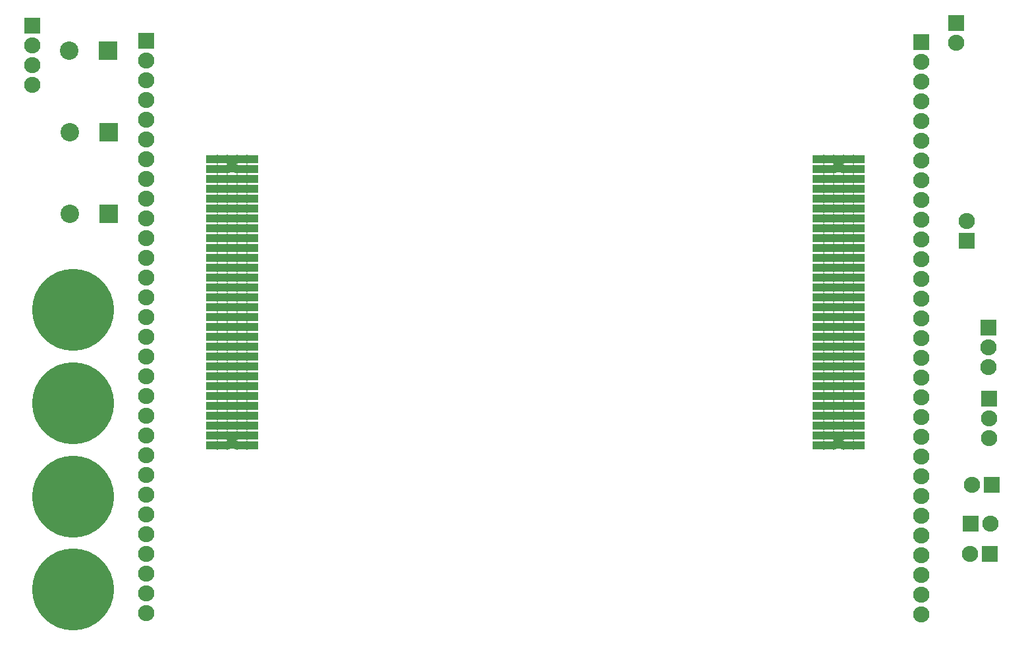
<source format=gbr>
G04 #@! TF.FileFunction,Soldermask,Bot*
%FSLAX46Y46*%
G04 Gerber Fmt 4.6, Leading zero omitted, Abs format (unit mm)*
G04 Created by KiCad (PCBNEW 4.0.7) date 06/20/18 14:00:11*
%MOMM*%
%LPD*%
G01*
G04 APERTURE LIST*
%ADD10C,0.100000*%
%ADD11R,2.080000X2.080000*%
%ADD12O,2.080000X2.080000*%
%ADD13C,1.180000*%
%ADD14C,1.269000*%
%ADD15R,2.880000X1.080000*%
%ADD16R,2.880000X0.780000*%
%ADD17R,2.380000X2.380000*%
%ADD18C,2.380000*%
%ADD19C,10.540000*%
G04 APERTURE END LIST*
D10*
D11*
X143022620Y-38508260D03*
D12*
X143022620Y-41048260D03*
X143022620Y-43588260D03*
X143022620Y-46128260D03*
X143022620Y-48668260D03*
X143022620Y-51208260D03*
X143022620Y-53748260D03*
X143022620Y-56288260D03*
X143022620Y-58828260D03*
X143022620Y-61368260D03*
X143022620Y-63908260D03*
X143022620Y-66448260D03*
X143022620Y-68988260D03*
X143022620Y-71528260D03*
X143022620Y-74068260D03*
X143022620Y-76608260D03*
X143022620Y-79148260D03*
X143022620Y-81688260D03*
X143022620Y-84228260D03*
X143022620Y-86768260D03*
X143022620Y-89308260D03*
X143022620Y-91848260D03*
X143022620Y-94388260D03*
X143022620Y-96928260D03*
X143022620Y-99468260D03*
X143022620Y-102008260D03*
X143022620Y-104548260D03*
X143022620Y-107088260D03*
X143022620Y-109628260D03*
X143022620Y-112168260D03*
D13*
X56278000Y-53555900D03*
X55008000Y-53555900D03*
X53738000Y-53555900D03*
X52468000Y-53555900D03*
X56278000Y-54825900D03*
X53738000Y-54825900D03*
X55008000Y-54825900D03*
X52468000Y-54825900D03*
X56278000Y-56095900D03*
X55008000Y-56095900D03*
X53738000Y-56095900D03*
X52468000Y-56095900D03*
X56278000Y-57365900D03*
X55008000Y-57365900D03*
X53738000Y-57365900D03*
X52468000Y-57365900D03*
X56278000Y-58635900D03*
X55008000Y-58635900D03*
X53738000Y-58635900D03*
X52468000Y-58635900D03*
X56278000Y-59905900D03*
X55008000Y-59905900D03*
X53738000Y-59905900D03*
X52468000Y-59905900D03*
X56278000Y-61175900D03*
X55008000Y-61175900D03*
X53738000Y-61175900D03*
X52468000Y-61175900D03*
X56278000Y-62445900D03*
X55008000Y-62445900D03*
X53738000Y-62445900D03*
X52468000Y-62445900D03*
X56278000Y-63715900D03*
X55008000Y-63715900D03*
X53738000Y-63715900D03*
X52468000Y-63715900D03*
X56278000Y-64985900D03*
X55008000Y-64985900D03*
X53738000Y-64985900D03*
X52468000Y-64985900D03*
X56278000Y-66255900D03*
X55008000Y-66255900D03*
X53738000Y-66255900D03*
X52468000Y-66255900D03*
X56278000Y-67525900D03*
X55008000Y-67525900D03*
X53738000Y-67525900D03*
X52468000Y-67525900D03*
X56278000Y-68795900D03*
X55008000Y-68795900D03*
X53738000Y-68795900D03*
X52468000Y-68795900D03*
X56278000Y-70065900D03*
X55008000Y-70065900D03*
X53738000Y-70065900D03*
X52468000Y-70065900D03*
X56278000Y-71335900D03*
X55008000Y-71335900D03*
X53738000Y-71335900D03*
X52468000Y-71335900D03*
X56278000Y-72605900D03*
X55008000Y-72605900D03*
X53738000Y-72605900D03*
X52468000Y-72605900D03*
X56278000Y-73875900D03*
X55008000Y-73875900D03*
X53738000Y-73875900D03*
X52468000Y-73875900D03*
X56278000Y-75145900D03*
X55008000Y-75145900D03*
X53738000Y-75145900D03*
X52468000Y-75145900D03*
X56278000Y-76415900D03*
X55008000Y-76415900D03*
X53738000Y-76415900D03*
X52468000Y-76415900D03*
X56278000Y-77685900D03*
X55008000Y-77685900D03*
X53738000Y-77685900D03*
X52468000Y-77685900D03*
X56278000Y-78955900D03*
X55008000Y-78955900D03*
X53738000Y-78955900D03*
X52468000Y-78955900D03*
X56278000Y-80225900D03*
X55008000Y-80225900D03*
X53738000Y-80225900D03*
X52468000Y-80225900D03*
X56278000Y-81495900D03*
X55008000Y-81495900D03*
X53738000Y-81495900D03*
X52468000Y-81495900D03*
X56278000Y-82765900D03*
X55008000Y-82765900D03*
X52468000Y-82765900D03*
X53738000Y-82765900D03*
X56278000Y-84035900D03*
X55008000Y-84035900D03*
X53738000Y-84035900D03*
X52468000Y-84035900D03*
X56278000Y-85305900D03*
X55008000Y-85305900D03*
X53738000Y-85305900D03*
X52468000Y-85305900D03*
X56278000Y-86575900D03*
X55008000Y-86575900D03*
X53738000Y-86575900D03*
X52468000Y-86575900D03*
X56278000Y-87845900D03*
X55008000Y-87845900D03*
X53738000Y-87845900D03*
X52468000Y-87845900D03*
X56278000Y-89115900D03*
X55008000Y-89115900D03*
X53738000Y-89115900D03*
X52468000Y-89115900D03*
X56278000Y-90385900D03*
X55008000Y-90385900D03*
X53738000Y-90385900D03*
X52468000Y-90385900D03*
D14*
X54373000Y-54190900D03*
X54373000Y-54190900D03*
X54373000Y-54190900D03*
X54373000Y-54190900D03*
X54373000Y-89750900D03*
D15*
X54376610Y-84035900D03*
X54376610Y-85305900D03*
X54376610Y-81495900D03*
X52471610Y-85305900D03*
X52471610Y-81495900D03*
X52471610Y-84035900D03*
X52471610Y-82765900D03*
X56281610Y-73875900D03*
X56281610Y-75145900D03*
X56281610Y-71335900D03*
X56281610Y-72605900D03*
X56281610Y-76415900D03*
X56281610Y-77685900D03*
X56281610Y-80225900D03*
X56281610Y-81495900D03*
X56281610Y-84035900D03*
X56281610Y-78955900D03*
X56281610Y-82765900D03*
X56281610Y-85305900D03*
X56281610Y-89115900D03*
X56281610Y-90385900D03*
X56281610Y-87845900D03*
X56281610Y-86575900D03*
X52471610Y-90385900D03*
X52471610Y-86575900D03*
D16*
X54503610Y-90512900D03*
D15*
X54376610Y-86575900D03*
X54376610Y-87845900D03*
D16*
X54503610Y-88988900D03*
D15*
X52471610Y-87845900D03*
X52471610Y-89115900D03*
X54376610Y-72605900D03*
X52471610Y-71335900D03*
X54376610Y-75145900D03*
X54376610Y-71335900D03*
X54376610Y-73875900D03*
X52471610Y-72605900D03*
X52471610Y-75145900D03*
X52471610Y-73875900D03*
X54376610Y-78955900D03*
X54376610Y-80225900D03*
X52471610Y-80225900D03*
X54376610Y-76415900D03*
X54376610Y-77685900D03*
X52471610Y-78955900D03*
X52471610Y-76415900D03*
X52471610Y-77685900D03*
D16*
X54376610Y-53428900D03*
D15*
X52471610Y-54825900D03*
X52471610Y-53555900D03*
D16*
X54503610Y-54952900D03*
D15*
X54376610Y-56095900D03*
X52471610Y-57365900D03*
X54376610Y-57365900D03*
X52471610Y-56095900D03*
X54376610Y-67525900D03*
X54376610Y-66255900D03*
X52471610Y-67525900D03*
X52471610Y-66255900D03*
X54376610Y-64985900D03*
X54376610Y-63715900D03*
X52471610Y-64985900D03*
X52471610Y-63715900D03*
X56281610Y-53555900D03*
X56281610Y-54825900D03*
X56281610Y-57365900D03*
X56281610Y-58635900D03*
X56281610Y-56095900D03*
X56281610Y-62445900D03*
X56281610Y-64985900D03*
X56281610Y-63715900D03*
X56281610Y-61175900D03*
X56281610Y-59905900D03*
X52471610Y-68795900D03*
X56281610Y-67525900D03*
X56281610Y-70065900D03*
X56281610Y-66255900D03*
X56281610Y-68795900D03*
X54376610Y-70065900D03*
X54376610Y-68795900D03*
X52471610Y-70065900D03*
X52471610Y-62445900D03*
X54376610Y-58635900D03*
X54376610Y-59905900D03*
X54376610Y-62445900D03*
X54376610Y-61175900D03*
X52471610Y-61175900D03*
X52471610Y-59905900D03*
X52471610Y-58635900D03*
X54376610Y-82765900D03*
D13*
X134278000Y-53555900D03*
X133008000Y-53555900D03*
X131738000Y-53555900D03*
X130468000Y-53555900D03*
X134278000Y-54825900D03*
X131738000Y-54825900D03*
X133008000Y-54825900D03*
X130468000Y-54825900D03*
X134278000Y-56095900D03*
X133008000Y-56095900D03*
X131738000Y-56095900D03*
X130468000Y-56095900D03*
X134278000Y-57365900D03*
X133008000Y-57365900D03*
X131738000Y-57365900D03*
X130468000Y-57365900D03*
X134278000Y-58635900D03*
X133008000Y-58635900D03*
X131738000Y-58635900D03*
X130468000Y-58635900D03*
X134278000Y-59905900D03*
X133008000Y-59905900D03*
X131738000Y-59905900D03*
X130468000Y-59905900D03*
X134278000Y-61175900D03*
X133008000Y-61175900D03*
X131738000Y-61175900D03*
X130468000Y-61175900D03*
X134278000Y-62445900D03*
X133008000Y-62445900D03*
X131738000Y-62445900D03*
X130468000Y-62445900D03*
X134278000Y-63715900D03*
X133008000Y-63715900D03*
X131738000Y-63715900D03*
X130468000Y-63715900D03*
X134278000Y-64985900D03*
X133008000Y-64985900D03*
X131738000Y-64985900D03*
X130468000Y-64985900D03*
X134278000Y-66255900D03*
X133008000Y-66255900D03*
X131738000Y-66255900D03*
X130468000Y-66255900D03*
X134278000Y-67525900D03*
X133008000Y-67525900D03*
X131738000Y-67525900D03*
X130468000Y-67525900D03*
X134278000Y-68795900D03*
X133008000Y-68795900D03*
X131738000Y-68795900D03*
X130468000Y-68795900D03*
X134278000Y-70065900D03*
X133008000Y-70065900D03*
X131738000Y-70065900D03*
X130468000Y-70065900D03*
X134278000Y-71335900D03*
X133008000Y-71335900D03*
X131738000Y-71335900D03*
X130468000Y-71335900D03*
X134278000Y-72605900D03*
X133008000Y-72605900D03*
X131738000Y-72605900D03*
X130468000Y-72605900D03*
X134278000Y-73875900D03*
X133008000Y-73875900D03*
X131738000Y-73875900D03*
X130468000Y-73875900D03*
X134278000Y-75145900D03*
X133008000Y-75145900D03*
X131738000Y-75145900D03*
X130468000Y-75145900D03*
X134278000Y-76415900D03*
X133008000Y-76415900D03*
X131738000Y-76415900D03*
X130468000Y-76415900D03*
X134278000Y-77685900D03*
X133008000Y-77685900D03*
X131738000Y-77685900D03*
X130468000Y-77685900D03*
X134278000Y-78955900D03*
X133008000Y-78955900D03*
X131738000Y-78955900D03*
X130468000Y-78955900D03*
X134278000Y-80225900D03*
X133008000Y-80225900D03*
X131738000Y-80225900D03*
X130468000Y-80225900D03*
X134278000Y-81495900D03*
X133008000Y-81495900D03*
X131738000Y-81495900D03*
X130468000Y-81495900D03*
X134278000Y-82765900D03*
X133008000Y-82765900D03*
X130468000Y-82765900D03*
X131738000Y-82765900D03*
X134278000Y-84035900D03*
X133008000Y-84035900D03*
X131738000Y-84035900D03*
X130468000Y-84035900D03*
X134278000Y-85305900D03*
X133008000Y-85305900D03*
X131738000Y-85305900D03*
X130468000Y-85305900D03*
X134278000Y-86575900D03*
X133008000Y-86575900D03*
X131738000Y-86575900D03*
X130468000Y-86575900D03*
X134278000Y-87845900D03*
X133008000Y-87845900D03*
X131738000Y-87845900D03*
X130468000Y-87845900D03*
X134278000Y-89115900D03*
X133008000Y-89115900D03*
X131738000Y-89115900D03*
X130468000Y-89115900D03*
X134278000Y-90385900D03*
X133008000Y-90385900D03*
X131738000Y-90385900D03*
X130468000Y-90385900D03*
D14*
X132373000Y-54190900D03*
X132373000Y-54190900D03*
X132373000Y-54190900D03*
X132373000Y-54190900D03*
X132373000Y-89750900D03*
D15*
X132376610Y-84035900D03*
X132376610Y-85305900D03*
X132376610Y-81495900D03*
X130471610Y-85305900D03*
X130471610Y-81495900D03*
X130471610Y-84035900D03*
X130471610Y-82765900D03*
X134281610Y-73875900D03*
X134281610Y-75145900D03*
X134281610Y-71335900D03*
X134281610Y-72605900D03*
X134281610Y-76415900D03*
X134281610Y-77685900D03*
X134281610Y-80225900D03*
X134281610Y-81495900D03*
X134281610Y-84035900D03*
X134281610Y-78955900D03*
X134281610Y-82765900D03*
X134281610Y-85305900D03*
X134281610Y-89115900D03*
X134281610Y-90385900D03*
X134281610Y-87845900D03*
X134281610Y-86575900D03*
X130471610Y-90385900D03*
X130471610Y-86575900D03*
D16*
X132503610Y-90512900D03*
D15*
X132376610Y-86575900D03*
X132376610Y-87845900D03*
D16*
X132503610Y-88988900D03*
D15*
X130471610Y-87845900D03*
X130471610Y-89115900D03*
X132376610Y-72605900D03*
X130471610Y-71335900D03*
X132376610Y-75145900D03*
X132376610Y-71335900D03*
X132376610Y-73875900D03*
X130471610Y-72605900D03*
X130471610Y-75145900D03*
X130471610Y-73875900D03*
X132376610Y-78955900D03*
X132376610Y-80225900D03*
X130471610Y-80225900D03*
X132376610Y-76415900D03*
X132376610Y-77685900D03*
X130471610Y-78955900D03*
X130471610Y-76415900D03*
X130471610Y-77685900D03*
D16*
X132376610Y-53428900D03*
D15*
X130471610Y-54825900D03*
X130471610Y-53555900D03*
D16*
X132503610Y-54952900D03*
D15*
X132376610Y-56095900D03*
X130471610Y-57365900D03*
X132376610Y-57365900D03*
X130471610Y-56095900D03*
X132376610Y-67525900D03*
X132376610Y-66255900D03*
X130471610Y-67525900D03*
X130471610Y-66255900D03*
X132376610Y-64985900D03*
X132376610Y-63715900D03*
X130471610Y-64985900D03*
X130471610Y-63715900D03*
X134281610Y-53555900D03*
X134281610Y-54825900D03*
X134281610Y-57365900D03*
X134281610Y-58635900D03*
X134281610Y-56095900D03*
X134281610Y-62445900D03*
X134281610Y-64985900D03*
X134281610Y-63715900D03*
X134281610Y-61175900D03*
X134281610Y-59905900D03*
X130471610Y-68795900D03*
X134281610Y-67525900D03*
X134281610Y-70065900D03*
X134281610Y-66255900D03*
X134281610Y-68795900D03*
X132376610Y-70065900D03*
X132376610Y-68795900D03*
X130471610Y-70065900D03*
X130471610Y-62445900D03*
X132376610Y-58635900D03*
X132376610Y-59905900D03*
X132376610Y-62445900D03*
X132376610Y-61175900D03*
X130471610Y-61175900D03*
X130471610Y-59905900D03*
X130471610Y-58635900D03*
X132376610Y-82765900D03*
D11*
X43335240Y-38388880D03*
D12*
X43335240Y-40928880D03*
X43335240Y-43468880D03*
X43335240Y-46008880D03*
X43335240Y-48548880D03*
X43335240Y-51088880D03*
X43335240Y-53628880D03*
X43335240Y-56168880D03*
X43335240Y-58708880D03*
X43335240Y-61248880D03*
X43335240Y-63788880D03*
X43335240Y-66328880D03*
X43335240Y-68868880D03*
X43335240Y-71408880D03*
X43335240Y-73948880D03*
X43335240Y-76488880D03*
X43335240Y-79028880D03*
X43335240Y-81568880D03*
X43335240Y-84108880D03*
X43335240Y-86648880D03*
X43335240Y-89188880D03*
X43335240Y-91728880D03*
X43335240Y-94268880D03*
X43335240Y-96808880D03*
X43335240Y-99348880D03*
X43335240Y-101888880D03*
X43335240Y-104428880D03*
X43335240Y-106968880D03*
X43335240Y-109508880D03*
X43335240Y-112048880D03*
D11*
X149392940Y-100496960D03*
D12*
X151932940Y-100496960D03*
D11*
X151851660Y-104388240D03*
D12*
X149311660Y-104388240D03*
D11*
X151643380Y-75295080D03*
D12*
X151643380Y-77835080D03*
X151643380Y-80375080D03*
D11*
X151734820Y-84416220D03*
D12*
X151734820Y-86956220D03*
X151734820Y-89496220D03*
D11*
X152059940Y-95470300D03*
D12*
X149519940Y-95470300D03*
D17*
X38544500Y-60586500D03*
D18*
X33544500Y-60586500D03*
D17*
X38534500Y-50096500D03*
D18*
X33534500Y-50096500D03*
D17*
X38474500Y-39636500D03*
D18*
X33474500Y-39636500D03*
D11*
X28744500Y-36426500D03*
D12*
X28744500Y-38966500D03*
X28744500Y-41506500D03*
X28744500Y-44046500D03*
D11*
X147489500Y-36076500D03*
D12*
X147489500Y-38616500D03*
D11*
X148864500Y-64081500D03*
D12*
X148864500Y-61541500D03*
D19*
X34000000Y-85000000D03*
X34000000Y-73000000D03*
X34000000Y-109000000D03*
X34000000Y-97000000D03*
M02*

</source>
